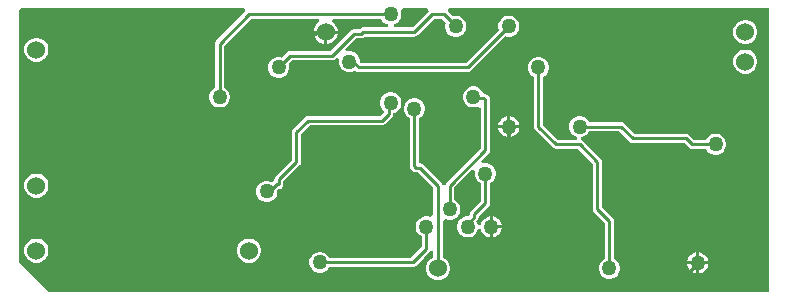
<source format=gbl>
G04*
G04 #@! TF.GenerationSoftware,Altium Limited,Altium Designer,23.1.1 (15)*
G04*
G04 Layer_Physical_Order=2*
G04 Layer_Color=16711680*
%FSLAX25Y25*%
%MOIN*%
G70*
G04*
G04 #@! TF.SameCoordinates,588A7164-EE2F-48AB-B3FF-4136EF57982D*
G04*
G04*
G04 #@! TF.FilePolarity,Positive*
G04*
G01*
G75*
%ADD42C,0.01000*%
%ADD43C,0.06000*%
%ADD44C,0.05000*%
G36*
X138495Y95921D02*
X138569Y95457D01*
X133225Y90112D01*
X127039D01*
X126907Y91112D01*
X127335Y91227D01*
X128133Y91688D01*
X128785Y92339D01*
X129246Y93137D01*
X129484Y94027D01*
Y94949D01*
X129348Y95457D01*
X129937Y96457D01*
X138210D01*
X138495Y95921D01*
D02*
G37*
G36*
X251969Y1969D02*
X11811D01*
X1969Y11811D01*
Y95871D01*
X2554Y96457D01*
X77186D01*
X77472Y95921D01*
X77546Y95457D01*
X67816Y85727D01*
X67485Y85231D01*
X67368Y84646D01*
Y70088D01*
X66749Y69730D01*
X66097Y69078D01*
X65636Y68280D01*
X65398Y67390D01*
Y66468D01*
X65636Y65578D01*
X66097Y64780D01*
X66749Y64129D01*
X67547Y63668D01*
X68437Y63429D01*
X69358D01*
X70249Y63668D01*
X71047Y64129D01*
X71698Y64780D01*
X72159Y65578D01*
X72398Y66468D01*
Y67390D01*
X72159Y68280D01*
X71698Y69078D01*
X71047Y69730D01*
X70427Y70088D01*
Y84012D01*
X79374Y92959D01*
X101910D01*
X102178Y91959D01*
X101875Y91783D01*
X101130Y91039D01*
X100603Y90127D01*
X100331Y89109D01*
Y89083D01*
X108331D01*
Y89109D01*
X108058Y90127D01*
X107531Y91039D01*
X106787Y91783D01*
X106483Y91959D01*
X106751Y92959D01*
X122826D01*
X123184Y92339D01*
X123835Y91688D01*
X124633Y91227D01*
X125062Y91112D01*
X124930Y90112D01*
X116727D01*
X116142Y89996D01*
X115646Y89664D01*
X115508Y89526D01*
X113587D01*
X113002Y89410D01*
X112506Y89078D01*
X105666Y82238D01*
X92520D01*
X91934Y82122D01*
X91438Y81790D01*
X89735Y80086D01*
X89043Y80272D01*
X88122D01*
X87232Y80033D01*
X86434Y79572D01*
X85782Y78921D01*
X85321Y78123D01*
X85083Y77232D01*
Y76311D01*
X85321Y75421D01*
X85782Y74623D01*
X86434Y73971D01*
X87232Y73510D01*
X88122Y73272D01*
X89043D01*
X89934Y73510D01*
X90732Y73971D01*
X91383Y74623D01*
X91844Y75421D01*
X92083Y76311D01*
Y77232D01*
X91897Y77924D01*
X93153Y79179D01*
X106299D01*
X106885Y79296D01*
X107381Y79627D01*
X107931Y80178D01*
X108828Y79660D01*
X108705Y79201D01*
Y78279D01*
X108943Y77389D01*
X109404Y76591D01*
X110056Y75940D01*
X110854Y75479D01*
X111744Y75240D01*
X112665D01*
X113556Y75479D01*
X114082Y75783D01*
X114174Y75690D01*
X114670Y75359D01*
X115256Y75242D01*
X151575D01*
X152160Y75359D01*
X152656Y75690D01*
X164202Y87236D01*
X164894Y87051D01*
X165815D01*
X166705Y87290D01*
X167503Y87751D01*
X168155Y88402D01*
X168616Y89200D01*
X168854Y90090D01*
Y91012D01*
X168616Y91902D01*
X168155Y92700D01*
X167503Y93352D01*
X166705Y93813D01*
X165815Y94051D01*
X164894D01*
X164003Y93813D01*
X163205Y93352D01*
X162554Y92700D01*
X162093Y91902D01*
X161854Y91012D01*
Y90090D01*
X162039Y89399D01*
X150941Y78301D01*
X115889D01*
X115705Y78485D01*
Y79201D01*
X115466Y80091D01*
X115005Y80889D01*
X114354Y81541D01*
X113556Y82002D01*
X112665Y82240D01*
X111744D01*
X111285Y82117D01*
X110767Y83014D01*
X114221Y86467D01*
X116142D01*
X116727Y86584D01*
X117223Y86915D01*
X117361Y87053D01*
X133858D01*
X134444Y87170D01*
X134940Y87501D01*
X140397Y92959D01*
X143067D01*
X144323Y91703D01*
X144138Y91012D01*
Y90090D01*
X144376Y89200D01*
X144837Y88402D01*
X145489Y87751D01*
X146287Y87290D01*
X147177Y87051D01*
X148099D01*
X148989Y87290D01*
X149787Y87751D01*
X150438Y88402D01*
X150899Y89200D01*
X151138Y90090D01*
Y91012D01*
X150899Y91902D01*
X150438Y92700D01*
X149787Y93352D01*
X148989Y93813D01*
X148099Y94051D01*
X147177D01*
X146486Y93866D01*
X144895Y95457D01*
X144969Y95921D01*
X145255Y96457D01*
X251969D01*
Y1969D01*
D02*
G37*
%LPC*%
G36*
X244621Y92583D02*
X243568D01*
X242551Y92310D01*
X241638Y91783D01*
X240894Y91039D01*
X240367Y90127D01*
X240094Y89109D01*
Y88056D01*
X240367Y87039D01*
X240894Y86127D01*
X241638Y85382D01*
X242551Y84855D01*
X243568Y84583D01*
X244621D01*
X245638Y84855D01*
X246551Y85382D01*
X247295Y86127D01*
X247822Y87039D01*
X248095Y88056D01*
Y89109D01*
X247822Y90127D01*
X247295Y91039D01*
X246551Y91783D01*
X245638Y92310D01*
X244621Y92583D01*
D02*
G37*
G36*
X108331Y88083D02*
X104831D01*
Y84583D01*
X104857D01*
X105875Y84855D01*
X106787Y85382D01*
X107531Y86127D01*
X108058Y87039D01*
X108331Y88056D01*
Y88083D01*
D02*
G37*
G36*
X103831D02*
X100331D01*
Y88056D01*
X100603Y87039D01*
X101130Y86127D01*
X101875Y85382D01*
X102787Y84855D01*
X103804Y84583D01*
X103831D01*
Y88083D01*
D02*
G37*
G36*
X8400Y86677D02*
X7347D01*
X6330Y86405D01*
X5418Y85878D01*
X4673Y85133D01*
X4146Y84221D01*
X3874Y83204D01*
Y82151D01*
X4146Y81133D01*
X4673Y80221D01*
X5418Y79476D01*
X6330Y78950D01*
X7347Y78677D01*
X8400D01*
X9418Y78950D01*
X10330Y79476D01*
X11075Y80221D01*
X11601Y81133D01*
X11874Y82151D01*
Y83204D01*
X11601Y84221D01*
X11075Y85133D01*
X10330Y85878D01*
X9418Y86405D01*
X8400Y86677D01*
D02*
G37*
G36*
X244621Y82740D02*
X243568D01*
X242551Y82468D01*
X241638Y81941D01*
X240894Y81196D01*
X240367Y80284D01*
X240094Y79267D01*
Y78214D01*
X240367Y77196D01*
X240894Y76284D01*
X241638Y75539D01*
X242551Y75013D01*
X243568Y74740D01*
X244621D01*
X245638Y75013D01*
X246551Y75539D01*
X247295Y76284D01*
X247822Y77196D01*
X248095Y78214D01*
Y79267D01*
X247822Y80284D01*
X247295Y81196D01*
X246551Y81941D01*
X245638Y82468D01*
X244621Y82740D01*
D02*
G37*
G36*
X165854Y60576D02*
Y57587D01*
X168844D01*
X168616Y58438D01*
X168155Y59236D01*
X167503Y59887D01*
X166705Y60348D01*
X165854Y60576D01*
D02*
G37*
G36*
X164854D02*
X164003Y60348D01*
X163205Y59887D01*
X162554Y59236D01*
X162093Y58438D01*
X161865Y57587D01*
X164854D01*
Y60576D01*
D02*
G37*
G36*
X168844Y56587D02*
X165854D01*
Y53597D01*
X166705Y53825D01*
X167503Y54286D01*
X168155Y54938D01*
X168616Y55736D01*
X168844Y56587D01*
D02*
G37*
G36*
X164854D02*
X161865D01*
X162093Y55736D01*
X162554Y54938D01*
X163205Y54286D01*
X164003Y53825D01*
X164854Y53597D01*
Y56587D01*
D02*
G37*
G36*
X175658Y80272D02*
X174736D01*
X173846Y80033D01*
X173048Y79572D01*
X172396Y78921D01*
X171935Y78123D01*
X171697Y77232D01*
Y76311D01*
X171935Y75421D01*
X172396Y74623D01*
X173048Y73971D01*
X173668Y73613D01*
Y57087D01*
X173784Y56501D01*
X174115Y56005D01*
X180021Y50100D01*
X180517Y49768D01*
X181102Y49652D01*
X188343D01*
X193352Y44642D01*
Y29528D01*
X193469Y28942D01*
X193800Y28446D01*
X197290Y24957D01*
Y13001D01*
X196670Y12643D01*
X196018Y11992D01*
X195557Y11193D01*
X195319Y10303D01*
Y9382D01*
X195557Y8492D01*
X196018Y7694D01*
X196670Y7042D01*
X197468Y6581D01*
X198358Y6342D01*
X199280D01*
X200170Y6581D01*
X200968Y7042D01*
X201620Y7694D01*
X202080Y8492D01*
X202319Y9382D01*
Y10303D01*
X202080Y11193D01*
X201620Y11992D01*
X200968Y12643D01*
X200348Y13001D01*
Y25591D01*
X200232Y26176D01*
X199900Y26672D01*
X196411Y30161D01*
Y45276D01*
X196295Y45861D01*
X195963Y46357D01*
X190058Y52263D01*
X189562Y52594D01*
X189490Y52608D01*
X189437Y53587D01*
X190327Y53825D01*
X191125Y54286D01*
X191777Y54938D01*
X192135Y55557D01*
X202122D01*
X205611Y52068D01*
X206108Y51737D01*
X206693Y51620D01*
X223776D01*
X225296Y50100D01*
X225296Y50100D01*
X225296Y50100D01*
X225481Y49977D01*
X225793Y49768D01*
X225793Y49768D01*
X225793Y49768D01*
X226087Y49710D01*
X226378Y49652D01*
X226378Y49652D01*
X226378Y49652D01*
X231094D01*
X231451Y49032D01*
X232103Y48380D01*
X232901Y47919D01*
X233791Y47681D01*
X234713D01*
X235603Y47919D01*
X236401Y48380D01*
X237053Y49032D01*
X237513Y49830D01*
X237752Y50720D01*
Y51642D01*
X237513Y52532D01*
X237053Y53330D01*
X236401Y53982D01*
X235603Y54443D01*
X234713Y54681D01*
X233791D01*
X232901Y54443D01*
X232103Y53982D01*
X231451Y53330D01*
X231094Y52710D01*
X227011D01*
X225491Y54231D01*
X225491Y54231D01*
X225491Y54231D01*
X225307Y54354D01*
X224995Y54562D01*
X224995Y54563D01*
X224995Y54563D01*
X224701Y54621D01*
X224410Y54679D01*
X224410Y54679D01*
X224410Y54679D01*
X207326D01*
X203837Y58168D01*
X203341Y58500D01*
X202756Y58616D01*
X192135D01*
X191777Y59236D01*
X191125Y59887D01*
X190327Y60348D01*
X189437Y60587D01*
X188516D01*
X187625Y60348D01*
X186827Y59887D01*
X186176Y59236D01*
X185715Y58438D01*
X185476Y57547D01*
Y56626D01*
X185715Y55736D01*
X186176Y54938D01*
X186827Y54286D01*
X187625Y53825D01*
X188053Y53711D01*
X187922Y52710D01*
X181736D01*
X176726Y57720D01*
Y73613D01*
X177346Y73971D01*
X177998Y74623D01*
X178458Y75421D01*
X178697Y76311D01*
Y77232D01*
X178458Y78123D01*
X177998Y78921D01*
X177346Y79572D01*
X176548Y80033D01*
X175658Y80272D01*
D02*
G37*
G36*
X126445Y68461D02*
X125523D01*
X124633Y68222D01*
X123835Y67761D01*
X123184Y67110D01*
X122723Y66312D01*
X122484Y65421D01*
Y64500D01*
X122723Y63610D01*
X123184Y62812D01*
X123689Y62306D01*
Y61974D01*
X122300Y60585D01*
X98425D01*
X97840Y60468D01*
X97344Y60137D01*
X93407Y56200D01*
X93075Y55704D01*
X92959Y55118D01*
Y45909D01*
X87564Y40514D01*
X87233Y40018D01*
X87116Y39433D01*
Y39064D01*
X86953Y38942D01*
X86857Y38878D01*
X86828Y38849D01*
X86348Y38491D01*
X85997Y38695D01*
X85106Y38933D01*
X84185D01*
X83295Y38695D01*
X82497Y38234D01*
X81845Y37582D01*
X81384Y36784D01*
X81146Y35894D01*
Y34972D01*
X81384Y34082D01*
X81845Y33284D01*
X82497Y32632D01*
X83295Y32172D01*
X84185Y31933D01*
X85106D01*
X85997Y32172D01*
X86795Y32632D01*
X87446Y33284D01*
X87907Y34082D01*
X88146Y34972D01*
Y35841D01*
X88572Y36268D01*
X88646D01*
X89231Y36384D01*
X89727Y36716D01*
X90059Y37212D01*
X90175Y37797D01*
Y38800D01*
X95570Y44194D01*
X95901Y44690D01*
X96017Y45276D01*
Y54485D01*
X99059Y57526D01*
X122933D01*
X123519Y57642D01*
X124015Y57974D01*
X126300Y60259D01*
X126632Y60755D01*
X126748Y61341D01*
Y61542D01*
X127335Y61699D01*
X128133Y62160D01*
X128785Y62812D01*
X129246Y63610D01*
X129484Y64500D01*
Y65421D01*
X129246Y66312D01*
X128785Y67110D01*
X128133Y67761D01*
X127335Y68222D01*
X126445Y68461D01*
D02*
G37*
G36*
X154004Y70429D02*
X153083D01*
X152192Y70191D01*
X151394Y69730D01*
X150743Y69078D01*
X150282Y68280D01*
X150043Y67390D01*
Y66468D01*
X150282Y65578D01*
X150743Y64780D01*
X151394Y64128D01*
X152192Y63668D01*
X153083Y63429D01*
X154004D01*
X154894Y63668D01*
X154951Y63700D01*
X155951Y63123D01*
Y49846D01*
X144588Y38483D01*
X144256Y37987D01*
X144211Y37757D01*
X143215Y37635D01*
X143145Y37987D01*
X142814Y38483D01*
X136908Y44388D01*
X136412Y44720D01*
X135827Y44836D01*
X135388D01*
Y59834D01*
X136007Y60191D01*
X136659Y60843D01*
X137120Y61641D01*
X137358Y62531D01*
Y63453D01*
X137120Y64343D01*
X136659Y65141D01*
X136007Y65793D01*
X135209Y66254D01*
X134319Y66492D01*
X133397D01*
X132507Y66254D01*
X131709Y65793D01*
X131058Y65141D01*
X130597Y64343D01*
X130358Y63453D01*
Y62531D01*
X130597Y61641D01*
X131058Y60843D01*
X131709Y60191D01*
X132329Y59834D01*
Y43893D01*
X132445Y43308D01*
X132777Y42811D01*
X133363Y42226D01*
X133859Y41894D01*
X134444Y41778D01*
X135193D01*
X140203Y36768D01*
X140203Y27428D01*
X139203Y26851D01*
X139146Y26884D01*
X138256Y27122D01*
X137335D01*
X136444Y26884D01*
X135646Y26423D01*
X134995Y25771D01*
X134534Y24973D01*
X134295Y24083D01*
Y23161D01*
X134534Y22271D01*
X134995Y21473D01*
X135646Y20821D01*
X136266Y20464D01*
Y16967D01*
X134745Y15447D01*
X132639Y13340D01*
X105521D01*
X105163Y13960D01*
X104511Y14612D01*
X103713Y15073D01*
X102823Y15311D01*
X101901D01*
X101011Y15073D01*
X100213Y14612D01*
X99562Y13960D01*
X99101Y13162D01*
X98862Y12272D01*
Y11350D01*
X99101Y10460D01*
X99562Y9662D01*
X100213Y9010D01*
X101011Y8550D01*
X101901Y8311D01*
X102823D01*
X103713Y8550D01*
X104511Y9010D01*
X105163Y9662D01*
X105521Y10282D01*
X133272D01*
X133858Y10398D01*
X134354Y10730D01*
X136908Y13284D01*
X138877Y15252D01*
X139208Y15749D01*
X140203Y15623D01*
Y13574D01*
X140188Y13570D01*
X139276Y13043D01*
X138531Y12299D01*
X138005Y11387D01*
X137732Y10369D01*
Y9316D01*
X138005Y8299D01*
X138531Y7386D01*
X139276Y6642D01*
X140188Y6115D01*
X141206Y5843D01*
X142259D01*
X143276Y6115D01*
X144188Y6642D01*
X144933Y7386D01*
X145460Y8299D01*
X145732Y9316D01*
Y10369D01*
X145460Y11387D01*
X144933Y12299D01*
X144188Y13043D01*
X143276Y13570D01*
X143262Y13574D01*
X143262Y25721D01*
X144262Y26299D01*
X144318Y26266D01*
X145209Y26028D01*
X146130D01*
X147020Y26266D01*
X147818Y26727D01*
X148470Y27378D01*
X148931Y28177D01*
X149169Y29067D01*
Y29988D01*
X148931Y30878D01*
X148470Y31677D01*
X147818Y32328D01*
X147199Y32686D01*
Y36768D01*
X153207Y42776D01*
X154103Y42259D01*
X153980Y41799D01*
Y40878D01*
X154219Y39988D01*
X154680Y39190D01*
X155331Y38538D01*
X155951Y38180D01*
Y32161D01*
X152675Y28885D01*
X152344Y28389D01*
X152227Y27804D01*
Y27520D01*
X151830Y27122D01*
X151114D01*
X150224Y26884D01*
X149426Y26423D01*
X148774Y25771D01*
X148313Y24973D01*
X148075Y24083D01*
Y23161D01*
X148313Y22271D01*
X148774Y21473D01*
X149426Y20821D01*
X150224Y20361D01*
X151114Y20122D01*
X152036D01*
X152926Y20361D01*
X153724Y20821D01*
X154376Y21473D01*
X154836Y22271D01*
X154994Y22860D01*
X156029D01*
X156187Y22271D01*
X156648Y21473D01*
X157300Y20821D01*
X158098Y20361D01*
X158949Y20133D01*
Y23622D01*
Y27112D01*
X158098Y26884D01*
X157300Y26423D01*
X156648Y25771D01*
X156187Y24973D01*
X156029Y24384D01*
X154994D01*
X154836Y24973D01*
X154533Y25499D01*
X154838Y25805D01*
X155170Y26301D01*
X155286Y26886D01*
Y27171D01*
X158562Y30446D01*
X158893Y30942D01*
X159010Y31528D01*
Y38180D01*
X159629Y38538D01*
X160281Y39190D01*
X160742Y39988D01*
X160980Y40878D01*
Y41799D01*
X160742Y42690D01*
X160281Y43488D01*
X159629Y44139D01*
X158831Y44600D01*
X157941Y44839D01*
X157020D01*
X156560Y44716D01*
X156043Y45612D01*
X158562Y48131D01*
X158893Y48627D01*
X159010Y49213D01*
Y66038D01*
X158893Y66623D01*
X158562Y67119D01*
X157976Y67705D01*
X157480Y68037D01*
X156895Y68153D01*
X156839D01*
X156805Y68280D01*
X156344Y69078D01*
X155692Y69730D01*
X154894Y70191D01*
X154004Y70429D01*
D02*
G37*
G36*
X8401Y41402D02*
X7347D01*
X6330Y41129D01*
X5418Y40602D01*
X4673Y39858D01*
X4147Y38945D01*
X3874Y37928D01*
Y36875D01*
X4147Y35858D01*
X4673Y34945D01*
X5418Y34201D01*
X6330Y33674D01*
X7347Y33402D01*
X8401D01*
X9418Y33674D01*
X10330Y34201D01*
X11075Y34945D01*
X11601Y35858D01*
X11874Y36875D01*
Y37928D01*
X11601Y38945D01*
X11075Y39858D01*
X10330Y40602D01*
X9418Y41129D01*
X8401Y41402D01*
D02*
G37*
G36*
X159949Y27112D02*
Y24122D01*
X162938D01*
X162710Y24973D01*
X162250Y25771D01*
X161598Y26423D01*
X160800Y26884D01*
X159949Y27112D01*
D02*
G37*
G36*
X162938Y23122D02*
X159949D01*
Y20133D01*
X160800Y20361D01*
X161598Y20821D01*
X162250Y21473D01*
X162710Y22271D01*
X162938Y23122D01*
D02*
G37*
G36*
X228847Y15104D02*
Y12114D01*
X231836D01*
X231608Y12965D01*
X231147Y13763D01*
X230496Y14415D01*
X229697Y14876D01*
X228847Y15104D01*
D02*
G37*
G36*
X227847D02*
X226996Y14876D01*
X226198Y14415D01*
X225546Y13763D01*
X225085Y12965D01*
X224857Y12114D01*
X227847D01*
Y15104D01*
D02*
G37*
G36*
X79267Y19748D02*
X78214D01*
X77196Y19475D01*
X76284Y18949D01*
X75539Y18204D01*
X75013Y17292D01*
X74740Y16275D01*
Y15221D01*
X75013Y14204D01*
X75539Y13292D01*
X76284Y12547D01*
X77196Y12021D01*
X78214Y11748D01*
X79267D01*
X80284Y12021D01*
X81196Y12547D01*
X81941Y13292D01*
X82468Y14204D01*
X82740Y15221D01*
Y16275D01*
X82468Y17292D01*
X81941Y18204D01*
X81196Y18949D01*
X80284Y19475D01*
X79267Y19748D01*
D02*
G37*
G36*
X8400D02*
X7347D01*
X6330Y19475D01*
X5418Y18949D01*
X4673Y18204D01*
X4146Y17292D01*
X3874Y16275D01*
Y15221D01*
X4146Y14204D01*
X4673Y13292D01*
X5418Y12547D01*
X6330Y12021D01*
X7347Y11748D01*
X8400D01*
X9418Y12021D01*
X10330Y12547D01*
X11075Y13292D01*
X11601Y14204D01*
X11874Y15221D01*
Y16275D01*
X11601Y17292D01*
X11075Y18204D01*
X10330Y18949D01*
X9418Y19475D01*
X8400Y19748D01*
D02*
G37*
G36*
X231836Y11114D02*
X228847D01*
Y8125D01*
X229697Y8353D01*
X230496Y8813D01*
X231147Y9465D01*
X231608Y10263D01*
X231836Y11114D01*
D02*
G37*
G36*
X227847D02*
X224857D01*
X225085Y10263D01*
X225546Y9465D01*
X226198Y8813D01*
X226996Y8353D01*
X227847Y8125D01*
Y11114D01*
D02*
G37*
%LPD*%
D42*
X88583Y76772D02*
X92520Y80709D01*
X106299D01*
X90158Y86221D02*
X104331Y88583D01*
X82677Y61609D02*
Y78740D01*
X90158Y86221D01*
X67515Y61024D02*
X82091D01*
X82677Y61609D01*
X106299Y80709D02*
X113587Y87997D01*
X116142D01*
X115256Y76772D02*
X151575D01*
X112205Y78740D02*
X113287D01*
X115256Y76772D01*
X151575D02*
X165354Y90551D01*
X102362Y11811D02*
X102362Y11811D01*
X133272D01*
X135827Y14365D01*
X133858Y43893D02*
Y62992D01*
X125219Y61341D02*
Y64195D01*
X125984Y64961D01*
X122933Y59055D02*
X125219Y61341D01*
X133858Y43893D02*
X134444Y43307D01*
X175197Y57087D02*
Y76772D01*
X165354Y37402D02*
Y57087D01*
X188976D02*
X202756D01*
X206693Y53150D02*
X224410D01*
X202756Y57087D02*
X206693Y53150D01*
X175197Y57087D02*
X181102Y51181D01*
X188976D01*
X159449Y31496D02*
X165354Y37402D01*
X88646Y37797D02*
Y39433D01*
X84646Y35433D02*
X85575D01*
X87939Y37797D01*
X88646D01*
Y39433D02*
X94488Y45276D01*
X145669Y29528D02*
Y37402D01*
X151575Y24704D02*
X153757Y26886D01*
Y27804D02*
X157480Y31528D01*
X151575Y23622D02*
Y24704D01*
X153757Y26886D02*
Y27804D01*
X137795Y16334D02*
Y23622D01*
X135827Y14365D02*
X137795Y16334D01*
X145669Y37402D02*
X157480Y49213D01*
X188976Y51181D02*
X194882Y45276D01*
Y29528D02*
Y45276D01*
Y29528D02*
X198819Y25591D01*
Y9843D02*
Y25591D01*
X220669Y3937D02*
X228346Y11614D01*
X167323Y3937D02*
X220669D01*
X139764Y94488D02*
X143701D01*
X147638Y90551D01*
X159449Y23622D02*
Y31496D01*
X159449Y11811D02*
Y23622D01*
X159449Y23622D01*
X159449Y11811D02*
X167323Y3937D01*
X157480Y49213D02*
Y66038D01*
X153849Y66624D02*
X156895D01*
X153543Y66929D02*
X153849Y66624D01*
X156895D02*
X157480Y66038D01*
X134444Y43307D02*
X135827D01*
X141732Y37402D01*
X141732Y9843D02*
X141732Y37402D01*
X66929Y5906D02*
Y60438D01*
X67515Y61024D01*
X66929Y5906D02*
X68898Y3937D01*
X167323D01*
X224410Y53150D02*
X226378Y51181D01*
X234252D01*
X133858Y88583D02*
X139764Y94488D01*
X116727Y88583D02*
X133858D01*
X116142Y87997D02*
X116727Y88583D01*
X94488Y45276D02*
Y55118D01*
X98425Y59055D01*
X78740Y94488D02*
X125984D01*
X68898Y84646D02*
X78740Y94488D01*
X98425Y59055D02*
X122933D01*
X157480Y31528D02*
Y41339D01*
X68898Y66929D02*
Y84646D01*
D43*
X7874Y37402D02*
D03*
X141732Y9843D02*
D03*
X244094Y78740D02*
D03*
Y88583D02*
D03*
X78740Y15748D02*
D03*
X104331Y88583D02*
D03*
X7874Y15748D02*
D03*
Y82677D02*
D03*
D44*
X88583Y76772D02*
D03*
X112205Y78740D02*
D03*
X102362Y11811D02*
D03*
X133858Y62992D02*
D03*
X125984Y64961D02*
D03*
X175197Y76772D02*
D03*
X165354Y57087D02*
D03*
Y90551D02*
D03*
X188976Y57087D02*
D03*
X84646Y35433D02*
D03*
X145669Y29528D02*
D03*
X151575Y23622D02*
D03*
X137795D02*
D03*
X198819Y9843D02*
D03*
X147638Y90551D02*
D03*
X159449Y23622D02*
D03*
X153543Y66929D02*
D03*
X125984Y94488D02*
D03*
X228346Y11614D02*
D03*
X234252Y51181D02*
D03*
X157480Y41339D02*
D03*
X68898Y66929D02*
D03*
M02*

</source>
